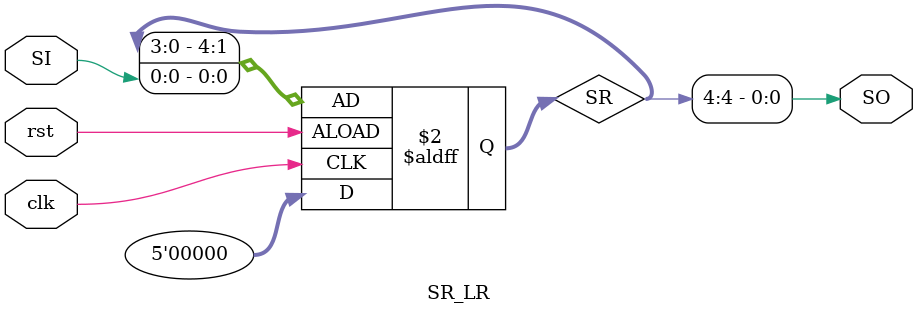
<source format=v>
/**************************************************
P1.1 5-bit SHIFT REGISTER (L-R)
************************************************/

module SR_LR(SO,clk,rst,SI);
	input SI,clk,rst;
	output SO;

	reg [4:0]SR;

	always@(posedge clk, negedge rst)
	if(rst)
		SR <= 5'd0;
	else
		SR <= {SR[3:0],SI};

	assign SO = SR[4];

	
endmodule
</source>
